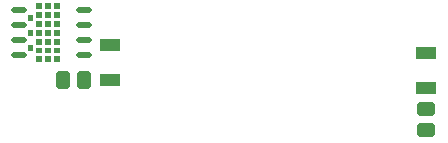
<source format=gbp>
%FSLAX44Y44*%
%MOMM*%
G71*
G01*
G75*
G04 Layer_Color=128*
G04:AMPARAMS|DCode=10|XSize=1mm|YSize=0.9mm|CornerRadius=0.198mm|HoleSize=0mm|Usage=FLASHONLY|Rotation=180.000|XOffset=0mm|YOffset=0mm|HoleType=Round|Shape=RoundedRectangle|*
%AMROUNDEDRECTD10*
21,1,1.0000,0.5040,0,0,180.0*
21,1,0.6040,0.9000,0,0,180.0*
1,1,0.3960,-0.3020,0.2520*
1,1,0.3960,0.3020,0.2520*
1,1,0.3960,0.3020,-0.2520*
1,1,0.3960,-0.3020,-0.2520*
%
%ADD10ROUNDEDRECTD10*%
G04:AMPARAMS|DCode=11|XSize=1mm|YSize=0.9mm|CornerRadius=0.198mm|HoleSize=0mm|Usage=FLASHONLY|Rotation=90.000|XOffset=0mm|YOffset=0mm|HoleType=Round|Shape=RoundedRectangle|*
%AMROUNDEDRECTD11*
21,1,1.0000,0.5040,0,0,90.0*
21,1,0.6040,0.9000,0,0,90.0*
1,1,0.3960,0.2520,0.3020*
1,1,0.3960,0.2520,-0.3020*
1,1,0.3960,-0.2520,-0.3020*
1,1,0.3960,-0.2520,0.3020*
%
%ADD11ROUNDEDRECTD11*%
G04:AMPARAMS|DCode=12|XSize=1mm|YSize=0.95mm|CornerRadius=0.1995mm|HoleSize=0mm|Usage=FLASHONLY|Rotation=90.000|XOffset=0mm|YOffset=0mm|HoleType=Round|Shape=RoundedRectangle|*
%AMROUNDEDRECTD12*
21,1,1.0000,0.5510,0,0,90.0*
21,1,0.6010,0.9500,0,0,90.0*
1,1,0.3990,0.2755,0.3005*
1,1,0.3990,0.2755,-0.3005*
1,1,0.3990,-0.2755,-0.3005*
1,1,0.3990,-0.2755,0.3005*
%
%ADD12ROUNDEDRECTD12*%
G04:AMPARAMS|DCode=13|XSize=1.45mm|YSize=1.15mm|CornerRadius=0.2013mm|HoleSize=0mm|Usage=FLASHONLY|Rotation=90.000|XOffset=0mm|YOffset=0mm|HoleType=Round|Shape=RoundedRectangle|*
%AMROUNDEDRECTD13*
21,1,1.4500,0.7475,0,0,90.0*
21,1,1.0475,1.1500,0,0,90.0*
1,1,0.4025,0.3738,0.5238*
1,1,0.4025,0.3738,-0.5238*
1,1,0.4025,-0.3738,-0.5238*
1,1,0.4025,-0.3738,0.5238*
%
%ADD13ROUNDEDRECTD13*%
G04:AMPARAMS|DCode=14|XSize=1.45mm|YSize=1.15mm|CornerRadius=0.2013mm|HoleSize=0mm|Usage=FLASHONLY|Rotation=180.000|XOffset=0mm|YOffset=0mm|HoleType=Round|Shape=RoundedRectangle|*
%AMROUNDEDRECTD14*
21,1,1.4500,0.7475,0,0,180.0*
21,1,1.0475,1.1500,0,0,180.0*
1,1,0.4025,-0.5238,0.3738*
1,1,0.4025,0.5238,0.3738*
1,1,0.4025,0.5238,-0.3738*
1,1,0.4025,-0.5238,-0.3738*
%
%ADD14ROUNDEDRECTD14*%
G04:AMPARAMS|DCode=15|XSize=6.4mm|YSize=10.5mm|CornerRadius=0.128mm|HoleSize=0mm|Usage=FLASHONLY|Rotation=90.000|XOffset=0mm|YOffset=0mm|HoleType=Round|Shape=RoundedRectangle|*
%AMROUNDEDRECTD15*
21,1,6.4000,10.2440,0,0,90.0*
21,1,6.1440,10.5000,0,0,90.0*
1,1,0.2560,5.1220,3.0720*
1,1,0.2560,5.1220,-3.0720*
1,1,0.2560,-5.1220,-3.0720*
1,1,0.2560,-5.1220,3.0720*
%
%ADD15ROUNDEDRECTD15*%
G04:AMPARAMS|DCode=16|XSize=3.95mm|YSize=1.5mm|CornerRadius=0.2475mm|HoleSize=0mm|Usage=FLASHONLY|Rotation=90.000|XOffset=0mm|YOffset=0mm|HoleType=Round|Shape=RoundedRectangle|*
%AMROUNDEDRECTD16*
21,1,3.9500,1.0050,0,0,90.0*
21,1,3.4550,1.5000,0,0,90.0*
1,1,0.4950,0.5025,1.7275*
1,1,0.4950,0.5025,-1.7275*
1,1,0.4950,-0.5025,-1.7275*
1,1,0.4950,-0.5025,1.7275*
%
%ADD16ROUNDEDRECTD16*%
G04:AMPARAMS|DCode=17|XSize=2.85mm|YSize=1mm|CornerRadius=0.2mm|HoleSize=0mm|Usage=FLASHONLY|Rotation=90.000|XOffset=0mm|YOffset=0mm|HoleType=Round|Shape=RoundedRectangle|*
%AMROUNDEDRECTD17*
21,1,2.8500,0.6000,0,0,90.0*
21,1,2.4500,1.0000,0,0,90.0*
1,1,0.4000,0.3000,1.2250*
1,1,0.4000,0.3000,-1.2250*
1,1,0.4000,-0.3000,-1.2250*
1,1,0.4000,-0.3000,1.2250*
%
%ADD17ROUNDEDRECTD17*%
G04:AMPARAMS|DCode=18|XSize=6.45mm|YSize=6mm|CornerRadius=0.21mm|HoleSize=0mm|Usage=FLASHONLY|Rotation=90.000|XOffset=0mm|YOffset=0mm|HoleType=Round|Shape=RoundedRectangle|*
%AMROUNDEDRECTD18*
21,1,6.4500,5.5800,0,0,90.0*
21,1,6.0300,6.0000,0,0,90.0*
1,1,0.4200,2.7900,3.0150*
1,1,0.4200,2.7900,-3.0150*
1,1,0.4200,-2.7900,-3.0150*
1,1,0.4200,-2.7900,3.0150*
%
%ADD18ROUNDEDRECTD18*%
%ADD19O,1.3500X0.5000*%
G04:AMPARAMS|DCode=20|XSize=3mm|YSize=1.65mm|CornerRadius=0.1073mm|HoleSize=0mm|Usage=FLASHONLY|Rotation=90.000|XOffset=0mm|YOffset=0mm|HoleType=Round|Shape=RoundedRectangle|*
%AMROUNDEDRECTD20*
21,1,3.0000,1.4355,0,0,90.0*
21,1,2.7855,1.6500,0,0,90.0*
1,1,0.2145,0.7178,1.3927*
1,1,0.2145,0.7178,-1.3927*
1,1,0.2145,-0.7178,-1.3927*
1,1,0.2145,-0.7178,1.3927*
%
%ADD20ROUNDEDRECTD20*%
G04:AMPARAMS|DCode=21|XSize=1mm|YSize=0.45mm|CornerRadius=0.1125mm|HoleSize=0mm|Usage=FLASHONLY|Rotation=0.000|XOffset=0mm|YOffset=0mm|HoleType=Round|Shape=RoundedRectangle|*
%AMROUNDEDRECTD21*
21,1,1.0000,0.2250,0,0,0.0*
21,1,0.7750,0.4500,0,0,0.0*
1,1,0.2250,0.3875,-0.1125*
1,1,0.2250,-0.3875,-0.1125*
1,1,0.2250,-0.3875,0.1125*
1,1,0.2250,0.3875,0.1125*
%
%ADD21ROUNDEDRECTD21*%
G04:AMPARAMS|DCode=22|XSize=0.7mm|YSize=0.25mm|CornerRadius=0.0838mm|HoleSize=0mm|Usage=FLASHONLY|Rotation=0.000|XOffset=0mm|YOffset=0mm|HoleType=Round|Shape=RoundedRectangle|*
%AMROUNDEDRECTD22*
21,1,0.7000,0.0825,0,0,0.0*
21,1,0.5325,0.2500,0,0,0.0*
1,1,0.1675,0.2662,-0.0413*
1,1,0.1675,-0.2662,-0.0413*
1,1,0.1675,-0.2662,0.0413*
1,1,0.1675,0.2662,0.0413*
%
%ADD22ROUNDEDRECTD22*%
G04:AMPARAMS|DCode=23|XSize=1.35mm|YSize=1.65mm|CornerRadius=0.27mm|HoleSize=0mm|Usage=FLASHONLY|Rotation=90.000|XOffset=0mm|YOffset=0mm|HoleType=Round|Shape=RoundedRectangle|*
%AMROUNDEDRECTD23*
21,1,1.3500,1.1100,0,0,90.0*
21,1,0.8100,1.6500,0,0,90.0*
1,1,0.5400,0.5550,0.4050*
1,1,0.5400,0.5550,-0.4050*
1,1,0.5400,-0.5550,-0.4050*
1,1,0.5400,-0.5550,0.4050*
%
%ADD23ROUNDEDRECTD23*%
G04:AMPARAMS|DCode=24|XSize=1.2mm|YSize=1.2mm|CornerRadius=0.198mm|HoleSize=0mm|Usage=FLASHONLY|Rotation=270.000|XOffset=0mm|YOffset=0mm|HoleType=Round|Shape=RoundedRectangle|*
%AMROUNDEDRECTD24*
21,1,1.2000,0.8040,0,0,270.0*
21,1,0.8040,1.2000,0,0,270.0*
1,1,0.3960,-0.4020,-0.4020*
1,1,0.3960,-0.4020,0.4020*
1,1,0.3960,0.4020,0.4020*
1,1,0.3960,0.4020,-0.4020*
%
%ADD24ROUNDEDRECTD24*%
G04:AMPARAMS|DCode=25|XSize=1.2mm|YSize=1.2mm|CornerRadius=0.198mm|HoleSize=0mm|Usage=FLASHONLY|Rotation=0.000|XOffset=0mm|YOffset=0mm|HoleType=Round|Shape=RoundedRectangle|*
%AMROUNDEDRECTD25*
21,1,1.2000,0.8040,0,0,0.0*
21,1,0.8040,1.2000,0,0,0.0*
1,1,0.3960,0.4020,-0.4020*
1,1,0.3960,-0.4020,-0.4020*
1,1,0.3960,-0.4020,0.4020*
1,1,0.3960,0.4020,0.4020*
%
%ADD25ROUNDEDRECTD25*%
G04:AMPARAMS|DCode=26|XSize=1.75mm|YSize=1.05mm|CornerRadius=0.1995mm|HoleSize=0mm|Usage=FLASHONLY|Rotation=270.000|XOffset=0mm|YOffset=0mm|HoleType=Round|Shape=RoundedRectangle|*
%AMROUNDEDRECTD26*
21,1,1.7500,0.6510,0,0,270.0*
21,1,1.3510,1.0500,0,0,270.0*
1,1,0.3990,-0.3255,-0.6755*
1,1,0.3990,-0.3255,0.6755*
1,1,0.3990,0.3255,0.6755*
1,1,0.3990,0.3255,-0.6755*
%
%ADD26ROUNDEDRECTD26*%
%ADD27O,0.5000X1.3500*%
G04:AMPARAMS|DCode=28|XSize=6.5mm|YSize=5mm|CornerRadius=0.25mm|HoleSize=0mm|Usage=FLASHONLY|Rotation=90.000|XOffset=0mm|YOffset=0mm|HoleType=Round|Shape=RoundedRectangle|*
%AMROUNDEDRECTD28*
21,1,6.5000,4.5000,0,0,90.0*
21,1,6.0000,5.0000,0,0,90.0*
1,1,0.5000,2.2500,3.0000*
1,1,0.5000,2.2500,-3.0000*
1,1,0.5000,-2.2500,-3.0000*
1,1,0.5000,-2.2500,3.0000*
%
%ADD28ROUNDEDRECTD28*%
G04:AMPARAMS|DCode=29|XSize=1.05mm|YSize=0.65mm|CornerRadius=0.2015mm|HoleSize=0mm|Usage=FLASHONLY|Rotation=180.000|XOffset=0mm|YOffset=0mm|HoleType=Round|Shape=RoundedRectangle|*
%AMROUNDEDRECTD29*
21,1,1.0500,0.2470,0,0,180.0*
21,1,0.6470,0.6500,0,0,180.0*
1,1,0.4030,-0.3235,0.1235*
1,1,0.4030,0.3235,0.1235*
1,1,0.4030,0.3235,-0.1235*
1,1,0.4030,-0.3235,-0.1235*
%
%ADD29ROUNDEDRECTD29*%
G04:AMPARAMS|DCode=30|XSize=1mm|YSize=0.95mm|CornerRadius=0.1995mm|HoleSize=0mm|Usage=FLASHONLY|Rotation=0.000|XOffset=0mm|YOffset=0mm|HoleType=Round|Shape=RoundedRectangle|*
%AMROUNDEDRECTD30*
21,1,1.0000,0.5510,0,0,0.0*
21,1,0.6010,0.9500,0,0,0.0*
1,1,0.3990,0.3005,-0.2755*
1,1,0.3990,-0.3005,-0.2755*
1,1,0.3990,-0.3005,0.2755*
1,1,0.3990,0.3005,0.2755*
%
%ADD30ROUNDEDRECTD30*%
%ADD31C,0.4000*%
%ADD32C,0.0500*%
G04:AMPARAMS|DCode=33|XSize=2.3mm|YSize=0.5mm|CornerRadius=0.2mm|HoleSize=0mm|Usage=FLASHONLY|Rotation=180.000|XOffset=0mm|YOffset=0mm|HoleType=Round|Shape=RoundedRectangle|*
%AMROUNDEDRECTD33*
21,1,2.3000,0.1000,0,0,180.0*
21,1,1.9000,0.5000,0,0,180.0*
1,1,0.4000,-0.9500,0.0500*
1,1,0.4000,0.9500,0.0500*
1,1,0.4000,0.9500,-0.0500*
1,1,0.4000,-0.9500,-0.0500*
%
%ADD33ROUNDEDRECTD33*%
G04:AMPARAMS|DCode=34|XSize=2.5mm|YSize=2mm|CornerRadius=0.2mm|HoleSize=0mm|Usage=FLASHONLY|Rotation=180.000|XOffset=0mm|YOffset=0mm|HoleType=Round|Shape=RoundedRectangle|*
%AMROUNDEDRECTD34*
21,1,2.5000,1.6000,0,0,180.0*
21,1,2.1000,2.0000,0,0,180.0*
1,1,0.4000,-1.0500,0.8000*
1,1,0.4000,1.0500,0.8000*
1,1,0.4000,1.0500,-0.8000*
1,1,0.4000,-1.0500,-0.8000*
%
%ADD34ROUNDEDRECTD34*%
G04:AMPARAMS|DCode=35|XSize=1.1mm|YSize=0.6mm|CornerRadius=0.201mm|HoleSize=0mm|Usage=FLASHONLY|Rotation=270.000|XOffset=0mm|YOffset=0mm|HoleType=Round|Shape=RoundedRectangle|*
%AMROUNDEDRECTD35*
21,1,1.1000,0.1980,0,0,270.0*
21,1,0.6980,0.6000,0,0,270.0*
1,1,0.4020,-0.0990,-0.3490*
1,1,0.4020,-0.0990,0.3490*
1,1,0.4020,0.0990,0.3490*
1,1,0.4020,0.0990,-0.3490*
%
%ADD35ROUNDEDRECTD35*%
%ADD36C,1.0000*%
%ADD37O,0.3000X1.5000*%
%ADD38O,1.5000X0.3000*%
G04:AMPARAMS|DCode=39|XSize=4.9mm|YSize=1.6mm|CornerRadius=0.2mm|HoleSize=0mm|Usage=FLASHONLY|Rotation=180.000|XOffset=0mm|YOffset=0mm|HoleType=Round|Shape=RoundedRectangle|*
%AMROUNDEDRECTD39*
21,1,4.9000,1.2000,0,0,180.0*
21,1,4.5000,1.6000,0,0,180.0*
1,1,0.4000,-2.2500,0.6000*
1,1,0.4000,2.2500,0.6000*
1,1,0.4000,2.2500,-0.6000*
1,1,0.4000,-2.2500,-0.6000*
%
%ADD39ROUNDEDRECTD39*%
%ADD40R,1.3000X1.3000*%
%ADD41C,1.3000*%
%ADD42O,1.5500X0.6000*%
G04:AMPARAMS|DCode=43|XSize=1.75mm|YSize=1.05mm|CornerRadius=0.1995mm|HoleSize=0mm|Usage=FLASHONLY|Rotation=0.000|XOffset=0mm|YOffset=0mm|HoleType=Round|Shape=RoundedRectangle|*
%AMROUNDEDRECTD43*
21,1,1.7500,0.6510,0,0,0.0*
21,1,1.3510,1.0500,0,0,0.0*
1,1,0.3990,0.6755,-0.3255*
1,1,0.3990,-0.6755,-0.3255*
1,1,0.3990,-0.6755,0.3255*
1,1,0.3990,0.6755,0.3255*
%
%ADD43ROUNDEDRECTD43*%
%ADD44C,0.6000*%
%ADD45O,0.6000X1.5500*%
%ADD46C,0.2500*%
%ADD47C,0.6000*%
%ADD48C,0.5000*%
%ADD49C,0.5500*%
%ADD50C,0.4000*%
%ADD51C,0.4500*%
%ADD52C,0.8000*%
%ADD53C,1.0000*%
%ADD54C,0.2540*%
%ADD55C,1.6000*%
%ADD56R,1.6000X1.6000*%
%ADD57C,6.0000*%
%ADD58C,2.3000*%
%ADD59C,3.0000*%
%ADD60C,3.5000*%
%ADD61C,1.8500*%
%ADD62C,2.4000*%
%ADD63C,0.5000*%
%ADD64C,2.0000*%
%ADD65R,1.6000X1.6000*%
%ADD66C,0.3000*%
%ADD67C,2.0000*%
%ADD68C,1.8000*%
%ADD69C,0.7000*%
%ADD70C,0.0000*%
G04:AMPARAMS|DCode=71|XSize=1.15mm|YSize=1.05mm|CornerRadius=0.273mm|HoleSize=0mm|Usage=FLASHONLY|Rotation=180.000|XOffset=0mm|YOffset=0mm|HoleType=Round|Shape=RoundedRectangle|*
%AMROUNDEDRECTD71*
21,1,1.1500,0.5040,0,0,180.0*
21,1,0.6040,1.0500,0,0,180.0*
1,1,0.5460,-0.3020,0.2520*
1,1,0.5460,0.3020,0.2520*
1,1,0.5460,0.3020,-0.2520*
1,1,0.5460,-0.3020,-0.2520*
%
%ADD71ROUNDEDRECTD71*%
G04:AMPARAMS|DCode=72|XSize=1.15mm|YSize=1.05mm|CornerRadius=0.273mm|HoleSize=0mm|Usage=FLASHONLY|Rotation=90.000|XOffset=0mm|YOffset=0mm|HoleType=Round|Shape=RoundedRectangle|*
%AMROUNDEDRECTD72*
21,1,1.1500,0.5040,0,0,90.0*
21,1,0.6040,1.0500,0,0,90.0*
1,1,0.5460,0.2520,0.3020*
1,1,0.5460,0.2520,-0.3020*
1,1,0.5460,-0.2520,-0.3020*
1,1,0.5460,-0.2520,0.3020*
%
%ADD72ROUNDEDRECTD72*%
G04:AMPARAMS|DCode=73|XSize=1.15mm|YSize=1.1mm|CornerRadius=0.2745mm|HoleSize=0mm|Usage=FLASHONLY|Rotation=90.000|XOffset=0mm|YOffset=0mm|HoleType=Round|Shape=RoundedRectangle|*
%AMROUNDEDRECTD73*
21,1,1.1500,0.5510,0,0,90.0*
21,1,0.6010,1.1000,0,0,90.0*
1,1,0.5490,0.2755,0.3005*
1,1,0.5490,0.2755,-0.3005*
1,1,0.5490,-0.2755,-0.3005*
1,1,0.5490,-0.2755,0.3005*
%
%ADD73ROUNDEDRECTD73*%
G04:AMPARAMS|DCode=74|XSize=1.6mm|YSize=1.3mm|CornerRadius=0.2763mm|HoleSize=0mm|Usage=FLASHONLY|Rotation=90.000|XOffset=0mm|YOffset=0mm|HoleType=Round|Shape=RoundedRectangle|*
%AMROUNDEDRECTD74*
21,1,1.6000,0.7475,0,0,90.0*
21,1,1.0475,1.3000,0,0,90.0*
1,1,0.5525,0.3738,0.5238*
1,1,0.5525,0.3738,-0.5238*
1,1,0.5525,-0.3738,-0.5238*
1,1,0.5525,-0.3738,0.5238*
%
%ADD74ROUNDEDRECTD74*%
G04:AMPARAMS|DCode=75|XSize=1.6mm|YSize=1.3mm|CornerRadius=0.2763mm|HoleSize=0mm|Usage=FLASHONLY|Rotation=180.000|XOffset=0mm|YOffset=0mm|HoleType=Round|Shape=RoundedRectangle|*
%AMROUNDEDRECTD75*
21,1,1.6000,0.7475,0,0,180.0*
21,1,1.0475,1.3000,0,0,180.0*
1,1,0.5525,-0.5238,0.3738*
1,1,0.5525,0.5238,0.3738*
1,1,0.5525,0.5238,-0.3738*
1,1,0.5525,-0.5238,-0.3738*
%
%ADD75ROUNDEDRECTD75*%
G04:AMPARAMS|DCode=76|XSize=6.55mm|YSize=10.65mm|CornerRadius=0.203mm|HoleSize=0mm|Usage=FLASHONLY|Rotation=90.000|XOffset=0mm|YOffset=0mm|HoleType=Round|Shape=RoundedRectangle|*
%AMROUNDEDRECTD76*
21,1,6.5500,10.2440,0,0,90.0*
21,1,6.1440,10.6500,0,0,90.0*
1,1,0.4060,5.1220,3.0720*
1,1,0.4060,5.1220,-3.0720*
1,1,0.4060,-5.1220,-3.0720*
1,1,0.4060,-5.1220,3.0720*
%
%ADD76ROUNDEDRECTD76*%
G04:AMPARAMS|DCode=77|XSize=4.1mm|YSize=1.65mm|CornerRadius=0.3225mm|HoleSize=0mm|Usage=FLASHONLY|Rotation=90.000|XOffset=0mm|YOffset=0mm|HoleType=Round|Shape=RoundedRectangle|*
%AMROUNDEDRECTD77*
21,1,4.1000,1.0050,0,0,90.0*
21,1,3.4550,1.6500,0,0,90.0*
1,1,0.6450,0.5025,1.7275*
1,1,0.6450,0.5025,-1.7275*
1,1,0.6450,-0.5025,-1.7275*
1,1,0.6450,-0.5025,1.7275*
%
%ADD77ROUNDEDRECTD77*%
G04:AMPARAMS|DCode=78|XSize=3mm|YSize=1.15mm|CornerRadius=0.275mm|HoleSize=0mm|Usage=FLASHONLY|Rotation=90.000|XOffset=0mm|YOffset=0mm|HoleType=Round|Shape=RoundedRectangle|*
%AMROUNDEDRECTD78*
21,1,3.0000,0.6000,0,0,90.0*
21,1,2.4500,1.1500,0,0,90.0*
1,1,0.5500,0.3000,1.2250*
1,1,0.5500,0.3000,-1.2250*
1,1,0.5500,-0.3000,-1.2250*
1,1,0.5500,-0.3000,1.2250*
%
%ADD78ROUNDEDRECTD78*%
G04:AMPARAMS|DCode=79|XSize=6.6mm|YSize=6.15mm|CornerRadius=0.285mm|HoleSize=0mm|Usage=FLASHONLY|Rotation=90.000|XOffset=0mm|YOffset=0mm|HoleType=Round|Shape=RoundedRectangle|*
%AMROUNDEDRECTD79*
21,1,6.6000,5.5800,0,0,90.0*
21,1,6.0300,6.1500,0,0,90.0*
1,1,0.5700,2.7900,3.0150*
1,1,0.5700,2.7900,-3.0150*
1,1,0.5700,-2.7900,-3.0150*
1,1,0.5700,-2.7900,3.0150*
%
%ADD79ROUNDEDRECTD79*%
%ADD80O,1.5000X0.6500*%
G04:AMPARAMS|DCode=81|XSize=3.15mm|YSize=1.8mm|CornerRadius=0.1823mm|HoleSize=0mm|Usage=FLASHONLY|Rotation=90.000|XOffset=0mm|YOffset=0mm|HoleType=Round|Shape=RoundedRectangle|*
%AMROUNDEDRECTD81*
21,1,3.1500,1.4355,0,0,90.0*
21,1,2.7855,1.8000,0,0,90.0*
1,1,0.3645,0.7178,1.3927*
1,1,0.3645,0.7178,-1.3927*
1,1,0.3645,-0.7178,-1.3927*
1,1,0.3645,-0.7178,1.3927*
%
%ADD81ROUNDEDRECTD81*%
G04:AMPARAMS|DCode=82|XSize=1.1mm|YSize=0.55mm|CornerRadius=0.1625mm|HoleSize=0mm|Usage=FLASHONLY|Rotation=0.000|XOffset=0mm|YOffset=0mm|HoleType=Round|Shape=RoundedRectangle|*
%AMROUNDEDRECTD82*
21,1,1.1000,0.2250,0,0,0.0*
21,1,0.7750,0.5500,0,0,0.0*
1,1,0.3250,0.3875,-0.1125*
1,1,0.3250,-0.3875,-0.1125*
1,1,0.3250,-0.3875,0.1125*
1,1,0.3250,0.3875,0.1125*
%
%ADD82ROUNDEDRECTD82*%
G04:AMPARAMS|DCode=83|XSize=0.8mm|YSize=0.35mm|CornerRadius=0.1338mm|HoleSize=0mm|Usage=FLASHONLY|Rotation=0.000|XOffset=0mm|YOffset=0mm|HoleType=Round|Shape=RoundedRectangle|*
%AMROUNDEDRECTD83*
21,1,0.8000,0.0825,0,0,0.0*
21,1,0.5325,0.3500,0,0,0.0*
1,1,0.2675,0.2662,-0.0413*
1,1,0.2675,-0.2662,-0.0413*
1,1,0.2675,-0.2662,0.0413*
1,1,0.2675,0.2662,0.0413*
%
%ADD83ROUNDEDRECTD83*%
G04:AMPARAMS|DCode=84|XSize=1.5mm|YSize=1.8mm|CornerRadius=0.345mm|HoleSize=0mm|Usage=FLASHONLY|Rotation=90.000|XOffset=0mm|YOffset=0mm|HoleType=Round|Shape=RoundedRectangle|*
%AMROUNDEDRECTD84*
21,1,1.5000,1.1100,0,0,90.0*
21,1,0.8100,1.8000,0,0,90.0*
1,1,0.6900,0.5550,0.4050*
1,1,0.6900,0.5550,-0.4050*
1,1,0.6900,-0.5550,-0.4050*
1,1,0.6900,-0.5550,0.4050*
%
%ADD84ROUNDEDRECTD84*%
G04:AMPARAMS|DCode=85|XSize=1.35mm|YSize=1.35mm|CornerRadius=0.273mm|HoleSize=0mm|Usage=FLASHONLY|Rotation=270.000|XOffset=0mm|YOffset=0mm|HoleType=Round|Shape=RoundedRectangle|*
%AMROUNDEDRECTD85*
21,1,1.3500,0.8040,0,0,270.0*
21,1,0.8040,1.3500,0,0,270.0*
1,1,0.5460,-0.4020,-0.4020*
1,1,0.5460,-0.4020,0.4020*
1,1,0.5460,0.4020,0.4020*
1,1,0.5460,0.4020,-0.4020*
%
%ADD85ROUNDEDRECTD85*%
G04:AMPARAMS|DCode=86|XSize=1.35mm|YSize=1.35mm|CornerRadius=0.273mm|HoleSize=0mm|Usage=FLASHONLY|Rotation=0.000|XOffset=0mm|YOffset=0mm|HoleType=Round|Shape=RoundedRectangle|*
%AMROUNDEDRECTD86*
21,1,1.3500,0.8040,0,0,0.0*
21,1,0.8040,1.3500,0,0,0.0*
1,1,0.5460,0.4020,-0.4020*
1,1,0.5460,-0.4020,-0.4020*
1,1,0.5460,-0.4020,0.4020*
1,1,0.5460,0.4020,0.4020*
%
%ADD86ROUNDEDRECTD86*%
G04:AMPARAMS|DCode=87|XSize=1.9mm|YSize=1.2mm|CornerRadius=0.2745mm|HoleSize=0mm|Usage=FLASHONLY|Rotation=270.000|XOffset=0mm|YOffset=0mm|HoleType=Round|Shape=RoundedRectangle|*
%AMROUNDEDRECTD87*
21,1,1.9000,0.6510,0,0,270.0*
21,1,1.3510,1.2000,0,0,270.0*
1,1,0.5490,-0.3255,-0.6755*
1,1,0.5490,-0.3255,0.6755*
1,1,0.5490,0.3255,0.6755*
1,1,0.5490,0.3255,-0.6755*
%
%ADD87ROUNDEDRECTD87*%
%ADD88O,0.6500X1.5000*%
G04:AMPARAMS|DCode=89|XSize=6.65mm|YSize=5.15mm|CornerRadius=0.325mm|HoleSize=0mm|Usage=FLASHONLY|Rotation=90.000|XOffset=0mm|YOffset=0mm|HoleType=Round|Shape=RoundedRectangle|*
%AMROUNDEDRECTD89*
21,1,6.6500,4.5000,0,0,90.0*
21,1,6.0000,5.1500,0,0,90.0*
1,1,0.6500,2.2500,3.0000*
1,1,0.6500,2.2500,-3.0000*
1,1,0.6500,-2.2500,-3.0000*
1,1,0.6500,-2.2500,3.0000*
%
%ADD89ROUNDEDRECTD89*%
G04:AMPARAMS|DCode=90|XSize=1.2mm|YSize=0.8mm|CornerRadius=0.2765mm|HoleSize=0mm|Usage=FLASHONLY|Rotation=180.000|XOffset=0mm|YOffset=0mm|HoleType=Round|Shape=RoundedRectangle|*
%AMROUNDEDRECTD90*
21,1,1.2000,0.2470,0,0,180.0*
21,1,0.6470,0.8000,0,0,180.0*
1,1,0.5530,-0.3235,0.1235*
1,1,0.5530,0.3235,0.1235*
1,1,0.5530,0.3235,-0.1235*
1,1,0.5530,-0.3235,-0.1235*
%
%ADD90ROUNDEDRECTD90*%
G04:AMPARAMS|DCode=91|XSize=1.15mm|YSize=1.1mm|CornerRadius=0.2745mm|HoleSize=0mm|Usage=FLASHONLY|Rotation=0.000|XOffset=0mm|YOffset=0mm|HoleType=Round|Shape=RoundedRectangle|*
%AMROUNDEDRECTD91*
21,1,1.1500,0.5510,0,0,0.0*
21,1,0.6010,1.1000,0,0,0.0*
1,1,0.5490,0.3005,-0.2755*
1,1,0.5490,-0.3005,-0.2755*
1,1,0.5490,-0.3005,0.2755*
1,1,0.5490,0.3005,0.2755*
%
%ADD91ROUNDEDRECTD91*%
%ADD92C,0.2500*%
G04:AMPARAMS|DCode=93|XSize=2.45mm|YSize=0.65mm|CornerRadius=0.275mm|HoleSize=0mm|Usage=FLASHONLY|Rotation=180.000|XOffset=0mm|YOffset=0mm|HoleType=Round|Shape=RoundedRectangle|*
%AMROUNDEDRECTD93*
21,1,2.4500,0.1000,0,0,180.0*
21,1,1.9000,0.6500,0,0,180.0*
1,1,0.5500,-0.9500,0.0500*
1,1,0.5500,0.9500,0.0500*
1,1,0.5500,0.9500,-0.0500*
1,1,0.5500,-0.9500,-0.0500*
%
%ADD93ROUNDEDRECTD93*%
G04:AMPARAMS|DCode=94|XSize=2.65mm|YSize=2.15mm|CornerRadius=0.275mm|HoleSize=0mm|Usage=FLASHONLY|Rotation=180.000|XOffset=0mm|YOffset=0mm|HoleType=Round|Shape=RoundedRectangle|*
%AMROUNDEDRECTD94*
21,1,2.6500,1.6000,0,0,180.0*
21,1,2.1000,2.1500,0,0,180.0*
1,1,0.5500,-1.0500,0.8000*
1,1,0.5500,1.0500,0.8000*
1,1,0.5500,1.0500,-0.8000*
1,1,0.5500,-1.0500,-0.8000*
%
%ADD94ROUNDEDRECTD94*%
G04:AMPARAMS|DCode=95|XSize=1.25mm|YSize=0.75mm|CornerRadius=0.276mm|HoleSize=0mm|Usage=FLASHONLY|Rotation=270.000|XOffset=0mm|YOffset=0mm|HoleType=Round|Shape=RoundedRectangle|*
%AMROUNDEDRECTD95*
21,1,1.2500,0.1980,0,0,270.0*
21,1,0.6980,0.7500,0,0,270.0*
1,1,0.5520,-0.0990,-0.3490*
1,1,0.5520,-0.0990,0.3490*
1,1,0.5520,0.0990,0.3490*
1,1,0.5520,0.0990,-0.3490*
%
%ADD95ROUNDEDRECTD95*%
%ADD96C,2.0000*%
%ADD97O,0.4000X1.6000*%
%ADD98O,1.6000X0.4000*%
G04:AMPARAMS|DCode=99|XSize=5.05mm|YSize=1.75mm|CornerRadius=0.275mm|HoleSize=0mm|Usage=FLASHONLY|Rotation=180.000|XOffset=0mm|YOffset=0mm|HoleType=Round|Shape=RoundedRectangle|*
%AMROUNDEDRECTD99*
21,1,5.0500,1.2000,0,0,180.0*
21,1,4.5000,1.7500,0,0,180.0*
1,1,0.5500,-2.2500,0.6000*
1,1,0.5500,2.2500,0.6000*
1,1,0.5500,2.2500,-0.6000*
1,1,0.5500,-2.2500,-0.6000*
%
%ADD99ROUNDEDRECTD99*%
%ADD100R,1.5000X1.5000*%
%ADD101C,1.5000*%
%ADD102O,1.7000X0.7500*%
G04:AMPARAMS|DCode=103|XSize=1.9mm|YSize=1.2mm|CornerRadius=0.2745mm|HoleSize=0mm|Usage=FLASHONLY|Rotation=0.000|XOffset=0mm|YOffset=0mm|HoleType=Round|Shape=RoundedRectangle|*
%AMROUNDEDRECTD103*
21,1,1.9000,0.6510,0,0,0.0*
21,1,1.3510,1.2000,0,0,0.0*
1,1,0.5490,0.6755,-0.3255*
1,1,0.5490,-0.6755,-0.3255*
1,1,0.5490,-0.6755,0.3255*
1,1,0.5490,0.6755,0.3255*
%
%ADD103ROUNDEDRECTD103*%
%ADD104C,0.8000*%
%ADD105O,0.7500X1.7000*%
%ADD106C,1.7500*%
%ADD107R,1.7500X1.7500*%
%ADD108C,6.2000*%
%ADD109C,2.4500*%
%ADD110C,3.1500*%
%ADD111C,3.7000*%
%ADD112C,2.5500*%
%ADD113C,1.0500*%
%ADD114C,2.2000*%
%ADD115C,3.2000*%
%ADD116R,1.7500X1.7500*%
G36*
X382499Y1274999D02*
X377499D01*
Y1279999D01*
X382499D01*
Y1274999D01*
D02*
G37*
G36*
X397499Y1274999D02*
X392499D01*
Y1279999D01*
X397499D01*
Y1274999D01*
D02*
G37*
G36*
X374999Y1269999D02*
X369999D01*
Y1274999D01*
X374999D01*
Y1269999D01*
D02*
G37*
G36*
X382499Y1282499D02*
X377499D01*
Y1287499D01*
X382499D01*
Y1282499D01*
D02*
G37*
G36*
X374999D02*
X369999D01*
Y1287499D01*
X374999D01*
Y1282499D01*
D02*
G37*
G36*
X389999Y1274999D02*
X384999D01*
Y1279999D01*
X389999D01*
Y1274999D01*
D02*
G37*
G36*
X397499Y1259999D02*
X392499D01*
Y1264999D01*
X397499D01*
Y1259999D01*
D02*
G37*
G36*
X389999D02*
X384999D01*
Y1264999D01*
X389999D01*
Y1259999D01*
D02*
G37*
G36*
X382499D02*
X377499D01*
Y1264999D01*
X382499D01*
Y1259999D01*
D02*
G37*
G36*
X397499Y1267499D02*
X392499D01*
Y1272499D01*
X397499D01*
Y1267499D01*
D02*
G37*
G36*
X389999D02*
X384999D01*
Y1272499D01*
X389999D01*
Y1267499D01*
D02*
G37*
G36*
X382499D02*
X377499D01*
Y1272499D01*
X382499D01*
Y1267499D01*
D02*
G37*
G36*
X397499Y1297499D02*
X392499D01*
Y1302499D01*
X397499D01*
Y1297499D01*
D02*
G37*
G36*
X389999D02*
X384999D01*
Y1302499D01*
X389999D01*
Y1297499D01*
D02*
G37*
G36*
X382499D02*
X377499D01*
Y1302499D01*
X382499D01*
Y1297499D01*
D02*
G37*
G36*
X397499Y1304999D02*
X392499D01*
Y1309999D01*
X397499D01*
Y1304999D01*
D02*
G37*
G36*
X389999D02*
X384999D01*
Y1309999D01*
X389999D01*
Y1304999D01*
D02*
G37*
G36*
X382499D02*
X377499D01*
Y1309999D01*
X382499D01*
Y1304999D01*
D02*
G37*
G36*
Y1289999D02*
X377499D01*
Y1294999D01*
X382499D01*
Y1289999D01*
D02*
G37*
G36*
X397499Y1282499D02*
X392499D01*
Y1287499D01*
X397499D01*
Y1282499D01*
D02*
G37*
G36*
X389999D02*
X384999D01*
Y1287499D01*
X389999D01*
Y1282499D01*
D02*
G37*
G36*
X374999Y1294999D02*
X369999D01*
Y1299999D01*
X374999D01*
Y1294999D01*
D02*
G37*
G36*
X397499Y1289999D02*
X392499D01*
Y1294999D01*
X397499D01*
Y1289999D01*
D02*
G37*
G36*
X389999D02*
X384999D01*
Y1294999D01*
X389999D01*
Y1289999D01*
D02*
G37*
D13*
X417999Y1244999D02*
D03*
X399999D02*
D03*
D14*
X707500Y1220750D02*
D03*
Y1202750D02*
D03*
D19*
X417499Y1304049D02*
D03*
Y1291349D02*
D03*
Y1278649D02*
D03*
Y1265949D02*
D03*
X362499D02*
D03*
Y1278649D02*
D03*
Y1291349D02*
D03*
Y1304049D02*
D03*
D43*
X707500Y1238000D02*
D03*
Y1268000D02*
D03*
X440000Y1245000D02*
D03*
Y1275000D02*
D03*
M02*

</source>
